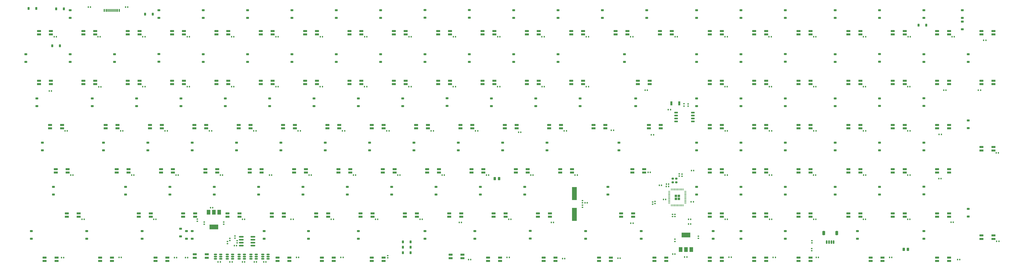
<source format=gbp>
%TF.GenerationSoftware,KiCad,Pcbnew,7.0.2*%
%TF.CreationDate,2023-05-18T15:06:11-05:00*%
%TF.ProjectId,Touch_Keyboard_10x12_Matrix,546f7563-685f-44b6-9579-626f6172645f,rev?*%
%TF.SameCoordinates,Original*%
%TF.FileFunction,Paste,Bot*%
%TF.FilePolarity,Positive*%
%FSLAX46Y46*%
G04 Gerber Fmt 4.6, Leading zero omitted, Abs format (unit mm)*
G04 Created by KiCad (PCBNEW 7.0.2) date 2023-05-18 15:06:11*
%MOMM*%
%LPD*%
G01*
G04 APERTURE LIST*
G04 Aperture macros list*
%AMRoundRect*
0 Rectangle with rounded corners*
0 $1 Rounding radius*
0 $2 $3 $4 $5 $6 $7 $8 $9 X,Y pos of 4 corners*
0 Add a 4 corners polygon primitive as box body*
4,1,4,$2,$3,$4,$5,$6,$7,$8,$9,$2,$3,0*
0 Add four circle primitives for the rounded corners*
1,1,$1+$1,$2,$3*
1,1,$1+$1,$4,$5*
1,1,$1+$1,$6,$7*
1,1,$1+$1,$8,$9*
0 Add four rect primitives between the rounded corners*
20,1,$1+$1,$2,$3,$4,$5,0*
20,1,$1+$1,$4,$5,$6,$7,0*
20,1,$1+$1,$6,$7,$8,$9,0*
20,1,$1+$1,$8,$9,$2,$3,0*%
G04 Aperture macros list end*
%ADD10R,2.100000X5.600000*%
%ADD11R,1.700000X0.820000*%
%ADD12RoundRect,0.205000X0.645000X0.205000X-0.645000X0.205000X-0.645000X-0.205000X0.645000X-0.205000X0*%
%ADD13RoundRect,0.150000X0.650000X0.150000X-0.650000X0.150000X-0.650000X-0.150000X0.650000X-0.150000X0*%
%ADD14RoundRect,0.140000X0.140000X0.170000X-0.140000X0.170000X-0.140000X-0.170000X0.140000X-0.170000X0*%
%ADD15RoundRect,0.225000X-0.375000X0.225000X-0.375000X-0.225000X0.375000X-0.225000X0.375000X0.225000X0*%
%ADD16RoundRect,0.140000X0.170000X-0.140000X0.170000X0.140000X-0.170000X0.140000X-0.170000X-0.140000X0*%
%ADD17RoundRect,0.140000X-0.140000X-0.170000X0.140000X-0.170000X0.140000X0.170000X-0.140000X0.170000X0*%
%ADD18RoundRect,0.150000X0.512500X0.150000X-0.512500X0.150000X-0.512500X-0.150000X0.512500X-0.150000X0*%
%ADD19RoundRect,0.225000X0.225000X0.375000X-0.225000X0.375000X-0.225000X-0.375000X0.225000X-0.375000X0*%
%ADD20RoundRect,0.250000X0.262500X0.450000X-0.262500X0.450000X-0.262500X-0.450000X0.262500X-0.450000X0*%
%ADD21RoundRect,0.150000X0.825000X0.150000X-0.825000X0.150000X-0.825000X-0.150000X0.825000X-0.150000X0*%
%ADD22RoundRect,0.140000X-0.170000X0.140000X-0.170000X-0.140000X0.170000X-0.140000X0.170000X0.140000X0*%
%ADD23RoundRect,0.225000X-0.225000X-0.375000X0.225000X-0.375000X0.225000X0.375000X-0.225000X0.375000X0*%
%ADD24RoundRect,0.200000X-0.275000X0.200000X-0.275000X-0.200000X0.275000X-0.200000X0.275000X0.200000X0*%
%ADD25RoundRect,0.250000X0.292217X0.292217X-0.292217X0.292217X-0.292217X-0.292217X0.292217X-0.292217X0*%
%ADD26RoundRect,0.050000X0.387500X0.050000X-0.387500X0.050000X-0.387500X-0.050000X0.387500X-0.050000X0*%
%ADD27RoundRect,0.050000X0.050000X0.387500X-0.050000X0.387500X-0.050000X-0.387500X0.050000X-0.387500X0*%
%ADD28R,1.500000X2.000000*%
%ADD29R,3.800000X2.000000*%
%ADD30R,0.900000X1.700000*%
%ADD31RoundRect,0.225000X0.375000X-0.225000X0.375000X0.225000X-0.375000X0.225000X-0.375000X-0.225000X0*%
%ADD32RoundRect,0.200000X0.275000X-0.200000X0.275000X0.200000X-0.275000X0.200000X-0.275000X-0.200000X0*%
%ADD33RoundRect,0.150000X-0.150000X-0.625000X0.150000X-0.625000X0.150000X0.625000X-0.150000X0.625000X0*%
%ADD34RoundRect,0.250000X-0.350000X-0.650000X0.350000X-0.650000X0.350000X0.650000X-0.350000X0.650000X0*%
%ADD35R,0.600000X1.150000*%
%ADD36R,0.300000X1.150000*%
G04 APERTURE END LIST*
D10*
X326701150Y-129603350D03*
X326701150Y-120603350D03*
D11*
X216176700Y-52089750D03*
X216176700Y-50589750D03*
D12*
X211076700Y-50589750D03*
D11*
X211076700Y-52089750D03*
D13*
X377595950Y-85756750D03*
X377595950Y-87026750D03*
X377595950Y-88296750D03*
X377595950Y-89566750D03*
X370395950Y-89566750D03*
X370395950Y-88296750D03*
X370395950Y-87026750D03*
X370395950Y-85756750D03*
D14*
X451790950Y-131730750D03*
X450830950Y-131730750D03*
X332791950Y-53117750D03*
X331831950Y-53117750D03*
D15*
X438734200Y-60579000D03*
X438734200Y-63879000D03*
D14*
X430454950Y-53117750D03*
X429494950Y-53117750D03*
D15*
X417322000Y-41612550D03*
X417322000Y-44912550D03*
D16*
X372929150Y-113193750D03*
X372929150Y-112233750D03*
D11*
X428107950Y-73521000D03*
X428107950Y-72021000D03*
D12*
X423007950Y-72021000D03*
D11*
X423007950Y-73521000D03*
D15*
X291096700Y-79629000D03*
X291096700Y-82929000D03*
D11*
X311426700Y-52089750D03*
X311426700Y-50589750D03*
D12*
X306326700Y-50589750D03*
D11*
X306326700Y-52089750D03*
D15*
X193465450Y-136779000D03*
X193465450Y-140079000D03*
D17*
X189210650Y-150084750D03*
X190170650Y-150084750D03*
D11*
X197126700Y-73521000D03*
X197126700Y-72021000D03*
D12*
X192026700Y-72021000D03*
D11*
X192026700Y-73521000D03*
D15*
X305384200Y-117729000D03*
X305384200Y-121029000D03*
D18*
X184958150Y-146848750D03*
X184958150Y-147798750D03*
X184958150Y-148748750D03*
X182683150Y-148748750D03*
X182683150Y-147798750D03*
X182683150Y-146848750D03*
D11*
X201889200Y-130671000D03*
X201889200Y-129171000D03*
D12*
X196789200Y-129171000D03*
D11*
X196789200Y-130671000D03*
D14*
X237569950Y-53117750D03*
X236609950Y-53117750D03*
D11*
X366195450Y-149721000D03*
X366195450Y-148221000D03*
D12*
X361095450Y-148221000D03*
D11*
X361095450Y-149721000D03*
X390007950Y-149721000D03*
X390007950Y-148221000D03*
D12*
X384907950Y-148221000D03*
D11*
X384907950Y-149721000D03*
D15*
X379202950Y-60581000D03*
X379202950Y-63881000D03*
D11*
X506689200Y-140196000D03*
X506689200Y-138696000D03*
D12*
X501589200Y-138696000D03*
D11*
X501589200Y-140196000D03*
D19*
X107421950Y-41027350D03*
X104121950Y-41027350D03*
D11*
X135214200Y-111621000D03*
X135214200Y-110121000D03*
D12*
X130114200Y-110121000D03*
D11*
X130114200Y-111621000D03*
D17*
X178740650Y-150084750D03*
X179700650Y-150084750D03*
D11*
X368576700Y-52089750D03*
X368576700Y-50589750D03*
D12*
X363476700Y-50589750D03*
D11*
X363476700Y-52089750D03*
X301901700Y-92571000D03*
X301901700Y-91071000D03*
D12*
X296801700Y-91071000D03*
D11*
X296801700Y-92571000D03*
D15*
X148240750Y-41612550D03*
X148240750Y-44912550D03*
D14*
X227361750Y-148189950D03*
X226401750Y-148189950D03*
D15*
X300640750Y-41612550D03*
X300640750Y-44912550D03*
D11*
X204270450Y-149721000D03*
X204270450Y-148221000D03*
D12*
X199170450Y-148221000D03*
D11*
X199170450Y-149721000D03*
D15*
X214896700Y-79629000D03*
X214896700Y-82929000D03*
D11*
X297139200Y-130671000D03*
X297139200Y-129171000D03*
D12*
X292039200Y-129171000D03*
D11*
X292039200Y-130671000D03*
X468589200Y-92571000D03*
X468589200Y-91071000D03*
D12*
X463489200Y-91071000D03*
D11*
X463489200Y-92571000D03*
D14*
X392410950Y-131730750D03*
X391450950Y-131730750D03*
D15*
X224421700Y-60579000D03*
X224421700Y-63879000D03*
D20*
X294339650Y-114204750D03*
X292514650Y-114204750D03*
D17*
X375751150Y-131730750D03*
X376711150Y-131730750D03*
D11*
X356670450Y-111621000D03*
X356670450Y-110121000D03*
D12*
X351570450Y-110121000D03*
D11*
X351570450Y-111621000D03*
D18*
X174798150Y-146848750D03*
X174798150Y-147798750D03*
X174798150Y-148748750D03*
X172523150Y-148748750D03*
X172523150Y-147798750D03*
X172523150Y-146848750D03*
D14*
X430355950Y-112680750D03*
X429395950Y-112680750D03*
X161369950Y-53117750D03*
X160409950Y-53117750D03*
D15*
X398252950Y-136779000D03*
X398252950Y-140079000D03*
D11*
X230464200Y-111621000D03*
X230464200Y-110121000D03*
D12*
X225364200Y-110121000D03*
D11*
X225364200Y-111621000D03*
X168551700Y-92571000D03*
X168551700Y-91071000D03*
D12*
X163451700Y-91071000D03*
D11*
X163451700Y-92571000D03*
X206651700Y-92571000D03*
X206651700Y-91071000D03*
D12*
X201551700Y-91071000D03*
D11*
X201551700Y-92571000D03*
D15*
X148221700Y-60522000D03*
X148221700Y-63822000D03*
D14*
X392382950Y-112680750D03*
X391422950Y-112680750D03*
D11*
X159026700Y-52089750D03*
X159026700Y-50589750D03*
D12*
X153926700Y-50589750D03*
D11*
X153926700Y-52089750D03*
D15*
X262521700Y-136779000D03*
X262521700Y-140079000D03*
D11*
X187601700Y-92571000D03*
X187601700Y-91071000D03*
D12*
X182501700Y-91071000D03*
D11*
X182501700Y-92571000D03*
X197126700Y-52089750D03*
X197126700Y-50589750D03*
D12*
X192026700Y-50589750D03*
D11*
X192026700Y-52089750D03*
X139976700Y-73521000D03*
X139976700Y-72021000D03*
D12*
X134876700Y-72021000D03*
D11*
X134876700Y-73521000D03*
D21*
X188613650Y-139251750D03*
X188613650Y-140521750D03*
X188613650Y-141791750D03*
X188613650Y-143061750D03*
X183663650Y-143061750D03*
X183663650Y-141791750D03*
X183663650Y-140521750D03*
X183663650Y-139251750D03*
D15*
X229184200Y-117729000D03*
X229184200Y-121029000D03*
D22*
X428732950Y-140930150D03*
X428732950Y-141890150D03*
D15*
X93452950Y-136779000D03*
X93452950Y-140079000D03*
D14*
X470840950Y-131730750D03*
X469880950Y-131730750D03*
D11*
X449539200Y-92571000D03*
X449539200Y-91071000D03*
D12*
X444439200Y-91071000D03*
D11*
X444439200Y-92571000D03*
D15*
X398272000Y-41612550D03*
X398272000Y-44912550D03*
X141077950Y-136779000D03*
X141077950Y-140079000D03*
X172034200Y-117729000D03*
X172034200Y-121029000D03*
D23*
X474555550Y-48088550D03*
X477855550Y-48088550D03*
D11*
X273326700Y-73521000D03*
X273326700Y-72021000D03*
D12*
X268226700Y-72021000D03*
D11*
X268226700Y-73521000D03*
D15*
X262540750Y-41593550D03*
X262540750Y-44893550D03*
X495884200Y-89154000D03*
X495884200Y-92454000D03*
X476834200Y-79617000D03*
X476834200Y-82917000D03*
D19*
X256342150Y-143795750D03*
X253042150Y-143795750D03*
D15*
X348246700Y-60579000D03*
X348246700Y-63879000D03*
D11*
X459064200Y-149721000D03*
X459064200Y-148221000D03*
D12*
X453964200Y-148221000D03*
D11*
X453964200Y-149721000D03*
D14*
X196675950Y-112680750D03*
X195715950Y-112680750D03*
X156543950Y-112680750D03*
X155583950Y-112680750D03*
D11*
X294757950Y-149721000D03*
X294757950Y-148221000D03*
D12*
X289657950Y-148221000D03*
D11*
X289657950Y-149721000D03*
X113782950Y-130671000D03*
X113782950Y-129171000D03*
D12*
X108682950Y-129171000D03*
D11*
X108682950Y-130671000D03*
X220939200Y-130671000D03*
X220939200Y-129171000D03*
D12*
X215839200Y-129171000D03*
D11*
X215839200Y-130671000D03*
D15*
X495884200Y-127254000D03*
X495884200Y-130554000D03*
D22*
X178710650Y-139942750D03*
X178710650Y-140902750D03*
D14*
X108890950Y-93630750D03*
X107930950Y-93630750D03*
D11*
X263801700Y-92571000D03*
X263801700Y-91071000D03*
D12*
X258701700Y-91071000D03*
D11*
X258701700Y-92571000D03*
D15*
X438753250Y-41612550D03*
X438753250Y-44912550D03*
D14*
X411460950Y-131730750D03*
X410500950Y-131730750D03*
D17*
X375751150Y-133762750D03*
X376711150Y-133762750D03*
D14*
X142291950Y-53117750D03*
X141331950Y-53117750D03*
D11*
X182839200Y-130671000D03*
X182839200Y-129171000D03*
D12*
X177739200Y-129171000D03*
D11*
X177739200Y-130671000D03*
D14*
X228044950Y-93630750D03*
X227084950Y-93630750D03*
D15*
X152984200Y-117729000D03*
X152984200Y-121029000D03*
X129171700Y-60579000D03*
X129171700Y-63879000D03*
D14*
X508841950Y-103155750D03*
X507881950Y-103155750D03*
D11*
X468589200Y-130671000D03*
X468589200Y-129171000D03*
D12*
X463489200Y-129171000D03*
D11*
X463489200Y-130671000D03*
D15*
X210134200Y-117729000D03*
X210134200Y-121029000D03*
X286334200Y-117729000D03*
X286334200Y-121029000D03*
D14*
X170894950Y-93630750D03*
X169934950Y-93630750D03*
X107341550Y-148210900D03*
X106381550Y-148210900D03*
D17*
X350958150Y-133432550D03*
X351918150Y-133432550D03*
D14*
X111331950Y-112680750D03*
X110371950Y-112680750D03*
X332210350Y-124618750D03*
X331250350Y-124618750D03*
X289893950Y-112680750D03*
X288933950Y-112680750D03*
X411432950Y-112680750D03*
X410472950Y-112680750D03*
D11*
X390007950Y-111621000D03*
X390007950Y-110121000D03*
D12*
X384907950Y-110121000D03*
D11*
X384907950Y-111621000D03*
D18*
X190038150Y-146848750D03*
X190038150Y-147798750D03*
X190038150Y-148748750D03*
X187763150Y-148748750D03*
X187763150Y-147798750D03*
X187763150Y-146848750D03*
D11*
X316189200Y-130671000D03*
X316189200Y-129171000D03*
D12*
X311089200Y-129171000D03*
D11*
X311089200Y-130671000D03*
X168783950Y-148343750D03*
X168783950Y-146843750D03*
D12*
X163683950Y-146843750D03*
D11*
X163683950Y-148343750D03*
D15*
X398252950Y-79629000D03*
X398252950Y-82929000D03*
D14*
X430454950Y-74580750D03*
X429494950Y-74580750D03*
D22*
X181885650Y-140930750D03*
X181885650Y-141890750D03*
D24*
X368992150Y-114204750D03*
X368992150Y-115854750D03*
D15*
X457784200Y-98679000D03*
X457784200Y-101979000D03*
D11*
X178076700Y-52089750D03*
X178076700Y-50589750D03*
D12*
X172976700Y-50589750D03*
D11*
X172976700Y-52089750D03*
D15*
X160077150Y-136811750D03*
X160077150Y-140111750D03*
D17*
X359751750Y-95307150D03*
X360711750Y-95307150D03*
D15*
X248234200Y-117729000D03*
X248234200Y-121029000D03*
X233946700Y-136779000D03*
X233946700Y-140079000D03*
D14*
X470868950Y-112680750D03*
X469908950Y-112680750D03*
D11*
X340001700Y-92571000D03*
X340001700Y-91071000D03*
D12*
X334901700Y-91071000D03*
D11*
X334901700Y-92571000D03*
D14*
X358064950Y-76104750D03*
X357104950Y-76104750D03*
D15*
X476853250Y-41612550D03*
X476853250Y-44912550D03*
D19*
X145647950Y-43313350D03*
X142347950Y-43313350D03*
D11*
X278089200Y-130671000D03*
X278089200Y-129171000D03*
D12*
X272989200Y-129171000D03*
D11*
X272989200Y-130671000D03*
D15*
X314909200Y-98679000D03*
X314909200Y-101979000D03*
D14*
X218519950Y-53117750D03*
X217559950Y-53117750D03*
D11*
X216176700Y-73521000D03*
X216176700Y-72021000D03*
D12*
X211076700Y-72021000D03*
D11*
X211076700Y-73521000D03*
D16*
X360356150Y-125225750D03*
X360356150Y-124265750D03*
D15*
X281590750Y-41586550D03*
X281590750Y-44886550D03*
D11*
X449539200Y-111621000D03*
X449539200Y-110121000D03*
D12*
X444439200Y-110121000D03*
D11*
X444439200Y-111621000D03*
D15*
X186340750Y-41612550D03*
X186340750Y-44912550D03*
X457784200Y-79624000D03*
X457784200Y-82924000D03*
D14*
X155886150Y-148240750D03*
X154926150Y-148240750D03*
X118901150Y-40316150D03*
X117941150Y-40316150D03*
D15*
X281571700Y-60600000D03*
X281571700Y-63900000D03*
D14*
X123374150Y-74656950D03*
X122414150Y-74656950D03*
X146990950Y-131730750D03*
X146030950Y-131730750D03*
D15*
X476802450Y-117697250D03*
X476802450Y-120997250D03*
D11*
X244751700Y-92571000D03*
X244751700Y-91071000D03*
D12*
X239651700Y-91071000D03*
D11*
X239651700Y-92571000D03*
X359051700Y-73521000D03*
X359051700Y-72021000D03*
D12*
X353951700Y-72021000D03*
D11*
X353951700Y-73521000D03*
X428107950Y-111621000D03*
X428107950Y-110121000D03*
D12*
X423007950Y-110121000D03*
D11*
X423007950Y-111621000D03*
D15*
X398252950Y-60579000D03*
X398252950Y-63879000D03*
D11*
X223320450Y-149721000D03*
X223320450Y-148221000D03*
D12*
X218220450Y-148221000D03*
D11*
X218220450Y-149721000D03*
X109020450Y-111621000D03*
X109020450Y-110121000D03*
D12*
X103920450Y-110121000D03*
D11*
X103920450Y-111621000D03*
D15*
X224440750Y-41612550D03*
X224440750Y-44912550D03*
D11*
X449539200Y-130671000D03*
X449539200Y-129171000D03*
D12*
X444439200Y-129171000D03*
D11*
X444439200Y-130671000D03*
D14*
X237541950Y-74580750D03*
X236581950Y-74580750D03*
X256591950Y-74580750D03*
X255631950Y-74580750D03*
D11*
X325714200Y-111621000D03*
X325714200Y-110121000D03*
D12*
X320614200Y-110121000D03*
D11*
X320614200Y-111621000D03*
X506689200Y-73521000D03*
X506689200Y-72021000D03*
D12*
X501589200Y-72021000D03*
D11*
X501589200Y-73521000D03*
D14*
X489484550Y-133000750D03*
X488524550Y-133000750D03*
X199469950Y-53117750D03*
X198509950Y-53117750D03*
X247094950Y-93630750D03*
X246134950Y-93630750D03*
X282220550Y-149104350D03*
X281260550Y-149104350D03*
D11*
X506689200Y-52089750D03*
X506689200Y-50589750D03*
D12*
X501589200Y-50589750D03*
D11*
X501589200Y-52089750D03*
D14*
X501193950Y-76104750D03*
X500233950Y-76104750D03*
D15*
X319690750Y-41612550D03*
X319690750Y-44912550D03*
X143459200Y-98679000D03*
X143459200Y-101979000D03*
D14*
X367158150Y-117633750D03*
X366198150Y-117633750D03*
D11*
X390007950Y-130671000D03*
X390007950Y-129171000D03*
D12*
X384907950Y-129171000D03*
D11*
X384907950Y-130671000D03*
D15*
X300621700Y-60593000D03*
X300621700Y-63893000D03*
X243490750Y-41612550D03*
X243490750Y-44912550D03*
D14*
X175593950Y-112680750D03*
X174633950Y-112680750D03*
X313741950Y-53117750D03*
X312781950Y-53117750D03*
D11*
X101876700Y-52089750D03*
X101876700Y-50589750D03*
D12*
X96776700Y-50589750D03*
D11*
X96776700Y-52089750D03*
X487639200Y-52089750D03*
X487639200Y-50589750D03*
D12*
X482539200Y-50589750D03*
D11*
X482539200Y-52089750D03*
D15*
X238709200Y-98679000D03*
X238709200Y-101979000D03*
X295859200Y-98679000D03*
X295859200Y-101979000D03*
D14*
X367998950Y-84486750D03*
X367038950Y-84486750D03*
X199469950Y-74580750D03*
X198509950Y-74580750D03*
X484203950Y-114204750D03*
X483243950Y-114204750D03*
D16*
X167697150Y-133889750D03*
X167697150Y-132929750D03*
D15*
X341102950Y-117729000D03*
X341102950Y-121029000D03*
X310146700Y-79629000D03*
X310146700Y-82929000D03*
X200609200Y-98679000D03*
X200609200Y-101979000D03*
X438702450Y-117729000D03*
X438702450Y-121029000D03*
D11*
X128070450Y-149721000D03*
X128070450Y-148221000D03*
D12*
X122970450Y-148221000D03*
D11*
X122970450Y-149721000D03*
D15*
X379202950Y-79629000D03*
X379202950Y-82929000D03*
D14*
X275669950Y-53117750D03*
X274709950Y-53117750D03*
D15*
X319671700Y-60579000D03*
X319671700Y-63879000D03*
D11*
X390007950Y-73521000D03*
X390007950Y-72021000D03*
D12*
X384907950Y-72021000D03*
D11*
X384907950Y-73521000D03*
D14*
X189944950Y-93630750D03*
X188984950Y-93630750D03*
D15*
X457784200Y-117729000D03*
X457784200Y-121029000D03*
D11*
X428107950Y-92571000D03*
X428107950Y-91071000D03*
D12*
X423007950Y-91071000D03*
D11*
X423007950Y-92571000D03*
D15*
X495884200Y-60579000D03*
X495884200Y-63879000D03*
D19*
X95609950Y-40925750D03*
X92309950Y-40925750D03*
D15*
X379202950Y-117760750D03*
X379202950Y-121060750D03*
D16*
X180905150Y-139886750D03*
X180905150Y-138926750D03*
D14*
X323294950Y-93630750D03*
X322334950Y-93630750D03*
X151844950Y-93630750D03*
X150884950Y-93630750D03*
X509067950Y-141255750D03*
X508107950Y-141255750D03*
D22*
X428631350Y-144357150D03*
X428631350Y-145317150D03*
D11*
X173314200Y-111621000D03*
X173314200Y-110121000D03*
D12*
X168214200Y-110121000D03*
D11*
X168214200Y-111621000D03*
D14*
X430482950Y-93630750D03*
X429522950Y-93630750D03*
D11*
X239989200Y-130671000D03*
X239989200Y-129171000D03*
D12*
X234889200Y-129171000D03*
D11*
X234889200Y-130671000D03*
D14*
X484330950Y-95154750D03*
X483370950Y-95154750D03*
D11*
X487639200Y-149721000D03*
X487639200Y-148221000D03*
D12*
X482539200Y-148221000D03*
D11*
X482539200Y-149721000D03*
D15*
X110121700Y-60579000D03*
X110121700Y-63879000D03*
D11*
X342382950Y-149721000D03*
X342382950Y-148221000D03*
D12*
X337282950Y-148221000D03*
D11*
X337282950Y-149721000D03*
D14*
X313769950Y-74580750D03*
X312809950Y-74580750D03*
D25*
X371554451Y-121628250D03*
X371554451Y-122903250D03*
X370279451Y-121628250D03*
X370279451Y-122903250D03*
D26*
X374354451Y-119665750D03*
X374354451Y-120065750D03*
X374354451Y-120465750D03*
X374354451Y-120865750D03*
X374354451Y-121265750D03*
X374354451Y-121665750D03*
X374354451Y-122065750D03*
X374354451Y-122465750D03*
X374354451Y-122865750D03*
X374354451Y-123265750D03*
X374354451Y-123665750D03*
X374354451Y-124065750D03*
X374354451Y-124465750D03*
X374354451Y-124865750D03*
D27*
X373516951Y-125703250D03*
X373116951Y-125703250D03*
X372716951Y-125703250D03*
X372316951Y-125703250D03*
X371916951Y-125703250D03*
X371516951Y-125703250D03*
X371116951Y-125703250D03*
X370716951Y-125703250D03*
X370316951Y-125703250D03*
X369916951Y-125703250D03*
X369516951Y-125703250D03*
X369116951Y-125703250D03*
X368716951Y-125703250D03*
X368316951Y-125703250D03*
D26*
X367479451Y-124865750D03*
X367479451Y-124465750D03*
X367479451Y-124065750D03*
X367479451Y-123665750D03*
X367479451Y-123265750D03*
X367479451Y-122865750D03*
X367479451Y-122465750D03*
X367479451Y-122065750D03*
X367479451Y-121665750D03*
X367479451Y-121265750D03*
X367479451Y-120865750D03*
X367479451Y-120465750D03*
X367479451Y-120065750D03*
X367479451Y-119665750D03*
D27*
X368316951Y-118828250D03*
X368716951Y-118828250D03*
X369116951Y-118828250D03*
X369516951Y-118828250D03*
X369916951Y-118828250D03*
X370316951Y-118828250D03*
X370716951Y-118828250D03*
X371116951Y-118828250D03*
X371516951Y-118828250D03*
X371916951Y-118828250D03*
X372316951Y-118828250D03*
X372716951Y-118828250D03*
X373116951Y-118828250D03*
X373516951Y-118828250D03*
D16*
X371786150Y-113132750D03*
X371786150Y-112172750D03*
D15*
X119646700Y-79629000D03*
X119646700Y-82929000D03*
D17*
X374088450Y-147986750D03*
X375048450Y-147986750D03*
D14*
X413058550Y-148189950D03*
X412098550Y-148189950D03*
X294719950Y-53117750D03*
X293759950Y-53117750D03*
D22*
X246564150Y-147379750D03*
X246564150Y-148339750D03*
D11*
X351907950Y-130671000D03*
X351907950Y-129171000D03*
D12*
X346807950Y-129171000D03*
D11*
X346807950Y-130671000D03*
D14*
X161369950Y-74580750D03*
X160409950Y-74580750D03*
D16*
X164776150Y-132591750D03*
X164776150Y-131631750D03*
D14*
X346380950Y-148520150D03*
X345420950Y-148520150D03*
D11*
X330476700Y-52089750D03*
X330476700Y-50589750D03*
D12*
X325376700Y-50589750D03*
D11*
X325376700Y-52089750D03*
X104257950Y-149721000D03*
X104257950Y-148221000D03*
D12*
X99157950Y-148221000D03*
D11*
X99157950Y-149721000D03*
X487639200Y-92571000D03*
X487639200Y-91071000D03*
D12*
X482539200Y-91071000D03*
D11*
X482539200Y-92571000D03*
D14*
X451790950Y-74580750D03*
X450830950Y-74580750D03*
D11*
X154264200Y-111621000D03*
X154264200Y-110121000D03*
D12*
X149164200Y-110121000D03*
D11*
X149164200Y-111621000D03*
X273307650Y-52089750D03*
X273307650Y-50589750D03*
D12*
X268207650Y-50589750D03*
D11*
X268207650Y-52089750D03*
D22*
X177694650Y-141283750D03*
X177694650Y-142243750D03*
D15*
X417302950Y-98679000D03*
X417302950Y-101979000D03*
D14*
X261346950Y-131730750D03*
X260386950Y-131730750D03*
X343536150Y-93376750D03*
X342576150Y-93376750D03*
D15*
X283952950Y-136779000D03*
X283952950Y-140079000D03*
D14*
X180419950Y-74580750D03*
X179459950Y-74580750D03*
D11*
X120926700Y-52089750D03*
X120926700Y-50589750D03*
D12*
X115826700Y-50589750D03*
D11*
X115826700Y-52089750D03*
D14*
X451818950Y-53117750D03*
X450858950Y-53117750D03*
D15*
X252996700Y-79629000D03*
X252996700Y-82929000D03*
D11*
X409057950Y-149721000D03*
X409057950Y-148221000D03*
D12*
X403957950Y-148221000D03*
D11*
X403957950Y-149721000D03*
D14*
X298758550Y-148189950D03*
X297798550Y-148189950D03*
X430454950Y-131730750D03*
X429494950Y-131730750D03*
X223218950Y-131730750D03*
X222258950Y-131730750D03*
D11*
X120926700Y-73521000D03*
X120926700Y-72021000D03*
D12*
X115826700Y-72021000D03*
D11*
X115826700Y-73521000D03*
X139976700Y-52089750D03*
X139976700Y-50589750D03*
D12*
X134876700Y-50589750D03*
D11*
X134876700Y-52089750D03*
X487639200Y-111621000D03*
X487639200Y-110121000D03*
D12*
X482539200Y-110121000D03*
D11*
X482539200Y-111621000D03*
X259039200Y-130671000D03*
X259039200Y-129171000D03*
D12*
X253939200Y-129171000D03*
D11*
X253939200Y-130671000D03*
D14*
X322560950Y-148697950D03*
X321600950Y-148697950D03*
D15*
X195846700Y-79629000D03*
X195846700Y-82929000D03*
D14*
X359340150Y-111537750D03*
X358380150Y-111537750D03*
D11*
X192364200Y-111621000D03*
X192364200Y-110121000D03*
D12*
X187264200Y-110121000D03*
D11*
X187264200Y-111621000D03*
D15*
X176796700Y-79629000D03*
X176796700Y-82929000D03*
D14*
X308943950Y-112680750D03*
X307983950Y-112680750D03*
D17*
X393127350Y-148113750D03*
X394087350Y-148113750D03*
D14*
X278209950Y-133127750D03*
X277249950Y-133127750D03*
X332791950Y-74580750D03*
X331831950Y-74580750D03*
X213693950Y-112680750D03*
X212733950Y-112680750D03*
D15*
X95834200Y-79629000D03*
X95834200Y-82929000D03*
D11*
X106639200Y-92571000D03*
X106639200Y-91071000D03*
D12*
X101539200Y-91071000D03*
D11*
X101539200Y-92571000D03*
D14*
X142291950Y-74580750D03*
X141331950Y-74580750D03*
D11*
X468589200Y-52089750D03*
X468589200Y-50589750D03*
D12*
X463489200Y-50589750D03*
D11*
X463489200Y-52089750D03*
D15*
X417302950Y-117729000D03*
X417302950Y-121029000D03*
D14*
X270871950Y-112680750D03*
X269911950Y-112680750D03*
D17*
X133892350Y-40316150D03*
X134852350Y-40316150D03*
D15*
X417302950Y-79629000D03*
X417302950Y-82929000D03*
D11*
X254276700Y-73521000D03*
X254276700Y-72021000D03*
D12*
X249176700Y-72021000D03*
D11*
X249176700Y-73521000D03*
D15*
X331577950Y-136779000D03*
X331577950Y-140079000D03*
X417302950Y-60567000D03*
X417302950Y-63867000D03*
D17*
X173660650Y-150084750D03*
X174620650Y-150084750D03*
D15*
X162509200Y-136779000D03*
X162509200Y-140079000D03*
X133934200Y-117729000D03*
X133934200Y-121029000D03*
D22*
X368865150Y-129599750D03*
X368865150Y-130559750D03*
D28*
X376930950Y-144786750D03*
X374630950Y-144786750D03*
D29*
X374630950Y-138486750D03*
D28*
X372330950Y-144786750D03*
D30*
X371758950Y-81819750D03*
X368358950Y-81819750D03*
D14*
X102111750Y-76434950D03*
X101151750Y-76434950D03*
D15*
X110140750Y-41612550D03*
X110140750Y-44912550D03*
D14*
X411277950Y-53117750D03*
X410317950Y-53117750D03*
D15*
X262521700Y-60607000D03*
X262521700Y-63907000D03*
D14*
X251793950Y-112680750D03*
X250833950Y-112680750D03*
X232743950Y-112680750D03*
X231783950Y-112680750D03*
X470840950Y-74580750D03*
X469880950Y-74580750D03*
D15*
X386314950Y-136811750D03*
X386314950Y-140111750D03*
X457803250Y-41612550D03*
X457803250Y-44912550D03*
X91071700Y-60579000D03*
X91071700Y-63879000D03*
D11*
X468589200Y-73521000D03*
X468589200Y-72021000D03*
D12*
X463489200Y-72021000D03*
D11*
X463489200Y-73521000D03*
X211414200Y-111621000D03*
X211414200Y-110121000D03*
D12*
X206314200Y-110121000D03*
D11*
X206314200Y-111621000D03*
D15*
X398252950Y-98679000D03*
X398252950Y-101979000D03*
D11*
X278638950Y-148470750D03*
X278638950Y-146970750D03*
D12*
X273538950Y-146970750D03*
D11*
X273538950Y-148470750D03*
D28*
X169588150Y-128707750D03*
X171888150Y-128707750D03*
D29*
X171888150Y-135007750D03*
D28*
X174188150Y-128707750D03*
D14*
X299446950Y-131730750D03*
X298486950Y-131730750D03*
X365944150Y-123221750D03*
X364984150Y-123221750D03*
D16*
X176079150Y-133861750D03*
X176079150Y-132901750D03*
D11*
X449539200Y-52089750D03*
X449539200Y-50589750D03*
D12*
X444439200Y-50589750D03*
D11*
X444439200Y-52089750D03*
X409057950Y-92571000D03*
X409057950Y-91071000D03*
D12*
X403957950Y-91071000D03*
D11*
X403957950Y-92571000D03*
D15*
X493375950Y-41613550D03*
X493375950Y-44913550D03*
X379202950Y-98679000D03*
X379202950Y-101979000D03*
D14*
X470995950Y-53117750D03*
X470035950Y-53117750D03*
X463068550Y-148189950D03*
X462108550Y-148189950D03*
D17*
X159673350Y-148240750D03*
X160633350Y-148240750D03*
D14*
X327965950Y-112680750D03*
X327005950Y-112680750D03*
D15*
X379222000Y-41612550D03*
X379222000Y-44912550D03*
D14*
X392354950Y-74580750D03*
X391394950Y-74580750D03*
D15*
X438734200Y-98679000D03*
X438734200Y-101979000D03*
D11*
X235226700Y-52089750D03*
X235226700Y-50589750D03*
D12*
X230126700Y-50589750D03*
D11*
X230126700Y-52089750D03*
X409057950Y-111621000D03*
X409057950Y-110121000D03*
D12*
X403957950Y-110121000D03*
D11*
X403957950Y-111621000D03*
D14*
X451818950Y-93630750D03*
X450858950Y-93630750D03*
D22*
X361372150Y-124039750D03*
X361372150Y-124999750D03*
D14*
X351841950Y-53117750D03*
X350881950Y-53117750D03*
X208994950Y-93630750D03*
X208034950Y-93630750D03*
X470868950Y-93630750D03*
X469908950Y-93630750D03*
D11*
X244751700Y-149721000D03*
X244751700Y-148221000D03*
D12*
X239651700Y-148221000D03*
D11*
X239651700Y-149721000D03*
D23*
X102420150Y-57003950D03*
X105720150Y-57003950D03*
D11*
X487639200Y-73521000D03*
X487639200Y-72021000D03*
D12*
X482539200Y-72021000D03*
D11*
X482539200Y-73521000D03*
D14*
X132766950Y-93630750D03*
X131806950Y-93630750D03*
X180419950Y-53117750D03*
X179459950Y-53117750D03*
D15*
X167271700Y-60579000D03*
X167271700Y-63879000D03*
X233946700Y-79629000D03*
X233946700Y-82929000D03*
D14*
X489890950Y-53117750D03*
X488930950Y-53117750D03*
X503479950Y-54641750D03*
X502519950Y-54641750D03*
D11*
X149501700Y-92571000D03*
X149501700Y-91071000D03*
D12*
X144401700Y-91071000D03*
D11*
X144401700Y-92571000D03*
D14*
X367186150Y-116617750D03*
X366226150Y-116617750D03*
X205946950Y-131730750D03*
X204986950Y-131730750D03*
D15*
X157746700Y-79629000D03*
X157746700Y-82929000D03*
D16*
X330206350Y-124618750D03*
X330206350Y-123658750D03*
D22*
X369855750Y-140303350D03*
X369855750Y-141263350D03*
D15*
X124409200Y-98679000D03*
X124409200Y-101979000D03*
D22*
X330206350Y-125613250D03*
X330206350Y-126573250D03*
D15*
X117278150Y-136785350D03*
X117278150Y-140085350D03*
D11*
X363814200Y-92571000D03*
X363814200Y-91071000D03*
D12*
X358714200Y-91071000D03*
D11*
X358714200Y-92571000D03*
D31*
X493375950Y-49890950D03*
X493375950Y-46590950D03*
D14*
X317729750Y-133051550D03*
X316769750Y-133051550D03*
D17*
X376866150Y-124237750D03*
X377826150Y-124237750D03*
D15*
X438734200Y-79629000D03*
X438734200Y-82929000D03*
D17*
X184130650Y-150084750D03*
X185090650Y-150084750D03*
D14*
X218491950Y-74580750D03*
X217531950Y-74580750D03*
D11*
X225701700Y-92571000D03*
X225701700Y-91071000D03*
D12*
X220601700Y-91071000D03*
D11*
X220601700Y-92571000D03*
D15*
X191084200Y-117729000D03*
X191084200Y-121029000D03*
D14*
X194234650Y-150084750D03*
X193274650Y-150084750D03*
X451846950Y-112680750D03*
X450886950Y-112680750D03*
D15*
X276809200Y-98679000D03*
X276809200Y-101979000D03*
D32*
X370516150Y-115854750D03*
X370516150Y-114204750D03*
D15*
X98215450Y-98679000D03*
X98215450Y-101979000D03*
D18*
X179878150Y-146848750D03*
X179878150Y-147798750D03*
X179878150Y-148748750D03*
X177603150Y-148748750D03*
X177603150Y-147798750D03*
X177603150Y-146848750D03*
X195118150Y-146848750D03*
X195118150Y-147798750D03*
X195118150Y-148748750D03*
X192843150Y-148748750D03*
X192843150Y-147798750D03*
X192843150Y-146848750D03*
D22*
X369881150Y-129599750D03*
X369881150Y-130559750D03*
D11*
X468589200Y-111621000D03*
X468589200Y-110121000D03*
D12*
X463489200Y-110121000D03*
D11*
X463489200Y-111621000D03*
X449539200Y-73521000D03*
X449539200Y-72021000D03*
D12*
X444439200Y-72021000D03*
D11*
X444439200Y-73521000D03*
D14*
X137493950Y-112680750D03*
X136533950Y-112680750D03*
D11*
X130451700Y-92571000D03*
X130451700Y-91071000D03*
D12*
X125351700Y-91071000D03*
D11*
X125351700Y-92571000D03*
X249514200Y-111621000D03*
X249514200Y-110121000D03*
D12*
X244414200Y-110121000D03*
D11*
X244414200Y-111621000D03*
X306664200Y-111621000D03*
X306664200Y-110121000D03*
D12*
X301564200Y-110121000D03*
D11*
X301564200Y-111621000D03*
D15*
X102977950Y-117729000D03*
X102977950Y-121029000D03*
X417302950Y-136779000D03*
X417302950Y-140079000D03*
D19*
X256342150Y-146158950D03*
X253042150Y-146158950D03*
D14*
X492255750Y-149104350D03*
X491295750Y-149104350D03*
D15*
X338740750Y-41612550D03*
X338740750Y-44912550D03*
D11*
X409057950Y-73521000D03*
X409057950Y-72021000D03*
D12*
X403957950Y-72021000D03*
D11*
X403957950Y-73521000D03*
X292376700Y-73521000D03*
X292376700Y-72021000D03*
D12*
X287276700Y-72021000D03*
D11*
X287276700Y-73521000D03*
X390007950Y-92571000D03*
X390007950Y-91071000D03*
D12*
X384907950Y-91071000D03*
D11*
X384907950Y-92571000D03*
D14*
X364138150Y-117125750D03*
X363178150Y-117125750D03*
D15*
X476834200Y-60579000D03*
X476834200Y-63879000D03*
D14*
X303686150Y-94265750D03*
X302726150Y-94265750D03*
D11*
X159026700Y-73521000D03*
X159026700Y-72021000D03*
D12*
X153926700Y-72021000D03*
D11*
X153926700Y-73521000D03*
X409057950Y-52089750D03*
X409057950Y-50589750D03*
D12*
X403957950Y-50589750D03*
D11*
X403957950Y-52089750D03*
X282851700Y-92571000D03*
X282851700Y-91071000D03*
D12*
X277751700Y-91071000D03*
D11*
X277751700Y-92571000D03*
X318570450Y-149721000D03*
X318570450Y-148221000D03*
D12*
X313470450Y-148221000D03*
D11*
X313470450Y-149721000D03*
D14*
X285194950Y-93630750D03*
X284234950Y-93630750D03*
X104219950Y-53117750D03*
X103259950Y-53117750D03*
X431549750Y-148189950D03*
X430589750Y-148189950D03*
D17*
X368969350Y-146716750D03*
X369929350Y-146716750D03*
D22*
X375545350Y-81997550D03*
X375545350Y-82957550D03*
D15*
X181559200Y-98679000D03*
X181559200Y-101979000D03*
D14*
X132083750Y-148189950D03*
X131123750Y-148189950D03*
D11*
X428107950Y-149721000D03*
X428107950Y-148221000D03*
D12*
X423007950Y-148221000D03*
D11*
X423007950Y-149721000D03*
X144739200Y-130671000D03*
X144739200Y-129171000D03*
D12*
X139639200Y-129171000D03*
D11*
X139639200Y-130671000D03*
D33*
X435082950Y-141574750D03*
X436082950Y-141574750D03*
X437082950Y-141574750D03*
X438082950Y-141574750D03*
D34*
X433782950Y-137699750D03*
X439382950Y-137699750D03*
D14*
X370919950Y-53117750D03*
X369959950Y-53117750D03*
D22*
X379964950Y-138982550D03*
X379964950Y-139942550D03*
D11*
X163789200Y-130671000D03*
X163789200Y-129171000D03*
D12*
X158689200Y-129171000D03*
D11*
X158689200Y-130671000D03*
D15*
X476834200Y-98679000D03*
X476834200Y-101979000D03*
D17*
X376993150Y-110775750D03*
X377953150Y-110775750D03*
D15*
X398252950Y-117729000D03*
X398252950Y-121029000D03*
D14*
X275641950Y-74580750D03*
X274681950Y-74580750D03*
D15*
X257759200Y-98679000D03*
X257759200Y-101979000D03*
D14*
X208283750Y-148189950D03*
X207323750Y-148189950D03*
D15*
X355390450Y-136779000D03*
X355390450Y-140079000D03*
D14*
X294691950Y-74580750D03*
X293731950Y-74580750D03*
D35*
X124794950Y-41710150D03*
X125594950Y-41710150D03*
D36*
X126744950Y-41710150D03*
X127744950Y-41710150D03*
X128244950Y-41710150D03*
X129244950Y-41710150D03*
D35*
X130394950Y-41710150D03*
X131194950Y-41710150D03*
X131194950Y-41710150D03*
X130394950Y-41710150D03*
D36*
X129744950Y-41710150D03*
X128744950Y-41710150D03*
X127244950Y-41710150D03*
X126244950Y-41710150D03*
D35*
X125594950Y-41710150D03*
X124794950Y-41710150D03*
D11*
X254276700Y-52089750D03*
X254276700Y-50589750D03*
D12*
X249176700Y-50589750D03*
D11*
X249176700Y-52089750D03*
D16*
X373818150Y-82934750D03*
X373818150Y-81974750D03*
D11*
X151882950Y-149721000D03*
X151882950Y-148221000D03*
D12*
X146782950Y-148221000D03*
D11*
X146782950Y-149721000D03*
D15*
X138696700Y-79629000D03*
X138696700Y-82929000D03*
D11*
X101876700Y-73521000D03*
X101876700Y-72021000D03*
D12*
X96776700Y-72021000D03*
D11*
X96776700Y-73521000D03*
D14*
X411432950Y-93630750D03*
X410472950Y-93630750D03*
D11*
X390007950Y-52089750D03*
X390007950Y-50589750D03*
D12*
X384907950Y-50589750D03*
D11*
X384907950Y-52089750D03*
D15*
X205371700Y-60579000D03*
X205371700Y-63879000D03*
X186321700Y-60579000D03*
X186321700Y-63879000D03*
D11*
X320951700Y-92571000D03*
X320951700Y-91071000D03*
D12*
X315851700Y-91071000D03*
D11*
X315851700Y-92571000D03*
X349526700Y-52089750D03*
X349526700Y-50589750D03*
D12*
X344426700Y-50589750D03*
D11*
X344426700Y-52089750D03*
X235226700Y-73521000D03*
X235226700Y-72021000D03*
D12*
X230126700Y-72021000D03*
D11*
X230126700Y-73521000D03*
X428107950Y-52089750D03*
X428107950Y-50589750D03*
D12*
X423007950Y-50589750D03*
D11*
X423007950Y-52089750D03*
X311426700Y-73521000D03*
X311426700Y-72021000D03*
D12*
X306326700Y-72021000D03*
D11*
X306326700Y-73521000D03*
D14*
X123043950Y-53117750D03*
X122083950Y-53117750D03*
D15*
X357790750Y-41612550D03*
X357790750Y-44912550D03*
X157537150Y-135794750D03*
X157537150Y-139094750D03*
X345865450Y-98679000D03*
X345865450Y-101979000D03*
D20*
X469980650Y-144684750D03*
X468155650Y-144684750D03*
D11*
X292376700Y-52089750D03*
X292376700Y-50589750D03*
D12*
X287276700Y-50589750D03*
D11*
X287276700Y-52089750D03*
D14*
X116157950Y-131730750D03*
X115197950Y-131730750D03*
X392382950Y-53117750D03*
X391422950Y-53117750D03*
D11*
X506689200Y-102096000D03*
X506689200Y-100596000D03*
D12*
X501589200Y-100596000D03*
D11*
X501589200Y-102096000D03*
X287614200Y-111621000D03*
X287614200Y-110121000D03*
D12*
X282514200Y-110121000D03*
D11*
X282514200Y-111621000D03*
D14*
X256619950Y-53117750D03*
X255659950Y-53117750D03*
X486334950Y-76104750D03*
X485374950Y-76104750D03*
D15*
X457784200Y-60553000D03*
X457784200Y-63853000D03*
D11*
X409057950Y-130671000D03*
X409057950Y-129171000D03*
D12*
X403957950Y-129171000D03*
D11*
X403957950Y-130671000D03*
D19*
X256342150Y-141459950D03*
X253042150Y-141459950D03*
D14*
X185090950Y-131730750D03*
X184130950Y-131730750D03*
X392410950Y-93630750D03*
X391450950Y-93630750D03*
D15*
X243471700Y-60579000D03*
X243471700Y-63879000D03*
D11*
X330476700Y-73521000D03*
X330476700Y-72021000D03*
D12*
X325376700Y-72021000D03*
D11*
X325376700Y-73521000D03*
D14*
X242240950Y-131730750D03*
X241280950Y-131730750D03*
D15*
X307765450Y-136758000D03*
X307765450Y-140058000D03*
D11*
X428107950Y-130671000D03*
X428107950Y-129171000D03*
D12*
X423007950Y-129171000D03*
D11*
X423007950Y-130671000D03*
X268564200Y-111621000D03*
X268564200Y-110121000D03*
D12*
X263464200Y-110121000D03*
D11*
X263464200Y-111621000D03*
D15*
X353009200Y-79629000D03*
X353009200Y-82929000D03*
X476834200Y-136779000D03*
X476834200Y-140079000D03*
D14*
X266144950Y-93630750D03*
X265184950Y-93630750D03*
D15*
X329196700Y-79629000D03*
X329196700Y-82929000D03*
X167290750Y-41628550D03*
X167290750Y-44928550D03*
X212515450Y-136779000D03*
X212515450Y-140079000D03*
D14*
X411404950Y-74580750D03*
X410444950Y-74580750D03*
D15*
X162509200Y-98679000D03*
X162509200Y-101979000D03*
X205390750Y-41614550D03*
X205390750Y-44914550D03*
X448259200Y-136779000D03*
X448259200Y-140079000D03*
D14*
X171352150Y-126777750D03*
X170392150Y-126777750D03*
D15*
X267284200Y-117729000D03*
X267284200Y-121029000D03*
D14*
X181603650Y-143061750D03*
X180643650Y-143061750D03*
D11*
X487639200Y-130671000D03*
X487639200Y-129171000D03*
D12*
X482539200Y-129171000D03*
D11*
X482539200Y-130671000D03*
D15*
X272046700Y-79601000D03*
X272046700Y-82901000D03*
D11*
X178076700Y-73521000D03*
X178076700Y-72021000D03*
D12*
X172976700Y-72021000D03*
D11*
X172976700Y-73521000D03*
D15*
X219665550Y-98717100D03*
X219665550Y-102017100D03*
M02*

</source>
